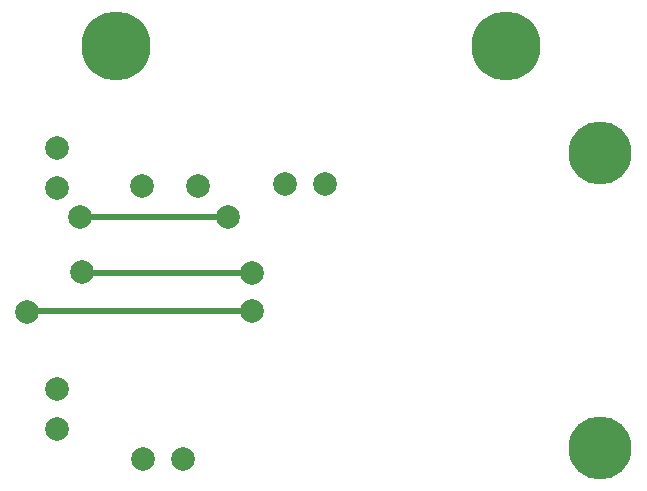
<source format=gbr>
G04 EAGLE Gerber RS-274X export*
G75*
%MOMM*%
%FSLAX34Y34*%
%LPD*%
%INBottom Copper*%
%IPPOS*%
%AMOC8*
5,1,8,0,0,1.08239X$1,22.5*%
G01*
%ADD10C,2.000000*%
%ADD11C,5.842000*%
%ADD12C,5.334000*%
%ADD13C,0.508000*%
%ADD14C,1.016000*%


D10*
X317000Y273000D03*
X283000Y273000D03*
X209700Y271370D03*
X162600Y271370D03*
D11*
X470000Y390000D03*
X140000Y390000D03*
D10*
X197000Y40500D03*
X163000Y40500D03*
X90000Y304000D03*
X90000Y270000D03*
X90000Y100000D03*
X90000Y66000D03*
D12*
X550000Y50000D03*
X550000Y300000D03*
D10*
X255000Y198250D03*
D13*
X111250Y198250D01*
X111000Y198500D01*
D10*
X111000Y198500D03*
X255000Y166000D03*
X65000Y165000D03*
D13*
X66000Y166000D02*
X255000Y166000D01*
D14*
X66000Y166000D02*
X65000Y165000D01*
D10*
X235000Y245000D03*
D13*
X110000Y245000D01*
D10*
X110000Y245000D03*
M02*

</source>
